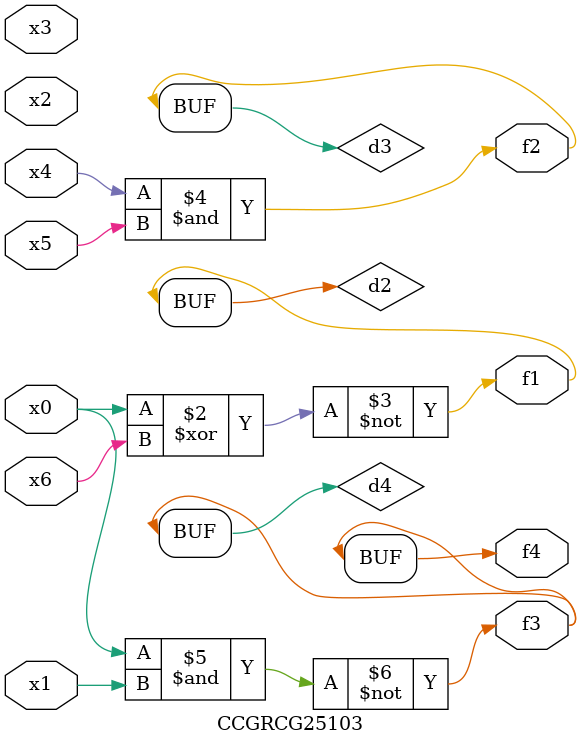
<source format=v>
module CCGRCG25103(
	input x0, x1, x2, x3, x4, x5, x6,
	output f1, f2, f3, f4
);

	wire d1, d2, d3, d4;

	nor (d1, x0);
	xnor (d2, x0, x6);
	and (d3, x4, x5);
	nand (d4, x0, x1);
	assign f1 = d2;
	assign f2 = d3;
	assign f3 = d4;
	assign f4 = d4;
endmodule

</source>
